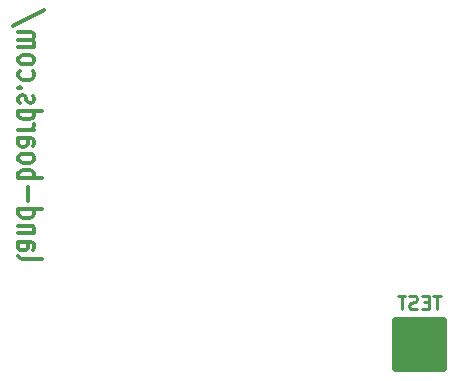
<source format=gbr>
G04 #@! TF.FileFunction,Legend,Bot*
%FSLAX46Y46*%
G04 Gerber Fmt 4.6, Leading zero omitted, Abs format (unit mm)*
G04 Created by KiCad (PCBNEW (after 2015-mar-04 BZR unknown)-product) date 6/8/2017 9:50:04 AM*
%MOMM*%
G01*
G04 APERTURE LIST*
%ADD10C,0.150000*%
%ADD11C,0.304800*%
%ADD12C,0.650000*%
%ADD13C,0.222250*%
%ADD14R,2.032000X2.032000*%
%ADD15C,2.032000*%
%ADD16C,5.080000*%
%ADD17R,2.159000X2.159000*%
%ADD18C,1.808480*%
%ADD19R,2.540000X2.540000*%
%ADD20O,2.540000X2.540000*%
%ADD21R,2.208000X2.208000*%
%ADD22O,2.208000X2.208000*%
G04 APERTURE END LIST*
D10*
D11*
X5938762Y-37755285D02*
X6035524Y-37900427D01*
X6229048Y-37972999D01*
X7970762Y-37972999D01*
X5938762Y-36521570D02*
X7003143Y-36521570D01*
X7196667Y-36594141D01*
X7293429Y-36739284D01*
X7293429Y-37029570D01*
X7196667Y-37174713D01*
X6035524Y-36521570D02*
X5938762Y-36666713D01*
X5938762Y-37029570D01*
X6035524Y-37174713D01*
X6229048Y-37247284D01*
X6422571Y-37247284D01*
X6616095Y-37174713D01*
X6712857Y-37029570D01*
X6712857Y-36666713D01*
X6809619Y-36521570D01*
X7293429Y-35795856D02*
X5938762Y-35795856D01*
X7099905Y-35795856D02*
X7196667Y-35723284D01*
X7293429Y-35578142D01*
X7293429Y-35360427D01*
X7196667Y-35215284D01*
X7003143Y-35142713D01*
X5938762Y-35142713D01*
X5938762Y-33763856D02*
X7970762Y-33763856D01*
X6035524Y-33763856D02*
X5938762Y-33908999D01*
X5938762Y-34199285D01*
X6035524Y-34344427D01*
X6132286Y-34416999D01*
X6325810Y-34489570D01*
X6906381Y-34489570D01*
X7099905Y-34416999D01*
X7196667Y-34344427D01*
X7293429Y-34199285D01*
X7293429Y-33908999D01*
X7196667Y-33763856D01*
X6712857Y-33038142D02*
X6712857Y-31876999D01*
X5938762Y-31151285D02*
X7970762Y-31151285D01*
X7196667Y-31151285D02*
X7293429Y-31006142D01*
X7293429Y-30715856D01*
X7196667Y-30570713D01*
X7099905Y-30498142D01*
X6906381Y-30425571D01*
X6325810Y-30425571D01*
X6132286Y-30498142D01*
X6035524Y-30570713D01*
X5938762Y-30715856D01*
X5938762Y-31006142D01*
X6035524Y-31151285D01*
X5938762Y-29554714D02*
X6035524Y-29699856D01*
X6132286Y-29772428D01*
X6325810Y-29844999D01*
X6906381Y-29844999D01*
X7099905Y-29772428D01*
X7196667Y-29699856D01*
X7293429Y-29554714D01*
X7293429Y-29336999D01*
X7196667Y-29191856D01*
X7099905Y-29119285D01*
X6906381Y-29046714D01*
X6325810Y-29046714D01*
X6132286Y-29119285D01*
X6035524Y-29191856D01*
X5938762Y-29336999D01*
X5938762Y-29554714D01*
X5938762Y-27740428D02*
X7003143Y-27740428D01*
X7196667Y-27812999D01*
X7293429Y-27958142D01*
X7293429Y-28248428D01*
X7196667Y-28393571D01*
X6035524Y-27740428D02*
X5938762Y-27885571D01*
X5938762Y-28248428D01*
X6035524Y-28393571D01*
X6229048Y-28466142D01*
X6422571Y-28466142D01*
X6616095Y-28393571D01*
X6712857Y-28248428D01*
X6712857Y-27885571D01*
X6809619Y-27740428D01*
X5938762Y-27014714D02*
X7293429Y-27014714D01*
X6906381Y-27014714D02*
X7099905Y-26942142D01*
X7196667Y-26869571D01*
X7293429Y-26724428D01*
X7293429Y-26579285D01*
X5938762Y-25418142D02*
X7970762Y-25418142D01*
X6035524Y-25418142D02*
X5938762Y-25563285D01*
X5938762Y-25853571D01*
X6035524Y-25998713D01*
X6132286Y-26071285D01*
X6325810Y-26143856D01*
X6906381Y-26143856D01*
X7099905Y-26071285D01*
X7196667Y-25998713D01*
X7293429Y-25853571D01*
X7293429Y-25563285D01*
X7196667Y-25418142D01*
X6035524Y-24764999D02*
X5938762Y-24619856D01*
X5938762Y-24329571D01*
X6035524Y-24184428D01*
X6229048Y-24111856D01*
X6325810Y-24111856D01*
X6519333Y-24184428D01*
X6616095Y-24329571D01*
X6616095Y-24547285D01*
X6712857Y-24692428D01*
X6906381Y-24764999D01*
X7003143Y-24764999D01*
X7196667Y-24692428D01*
X7293429Y-24547285D01*
X7293429Y-24329571D01*
X7196667Y-24184428D01*
X6132286Y-23458714D02*
X6035524Y-23386142D01*
X5938762Y-23458714D01*
X6035524Y-23531285D01*
X6132286Y-23458714D01*
X5938762Y-23458714D01*
X6035524Y-22079857D02*
X5938762Y-22225000D01*
X5938762Y-22515286D01*
X6035524Y-22660428D01*
X6132286Y-22733000D01*
X6325810Y-22805571D01*
X6906381Y-22805571D01*
X7099905Y-22733000D01*
X7196667Y-22660428D01*
X7293429Y-22515286D01*
X7293429Y-22225000D01*
X7196667Y-22079857D01*
X5938762Y-21209000D02*
X6035524Y-21354142D01*
X6132286Y-21426714D01*
X6325810Y-21499285D01*
X6906381Y-21499285D01*
X7099905Y-21426714D01*
X7196667Y-21354142D01*
X7293429Y-21209000D01*
X7293429Y-20991285D01*
X7196667Y-20846142D01*
X7099905Y-20773571D01*
X6906381Y-20701000D01*
X6325810Y-20701000D01*
X6132286Y-20773571D01*
X6035524Y-20846142D01*
X5938762Y-20991285D01*
X5938762Y-21209000D01*
X5938762Y-20047857D02*
X7293429Y-20047857D01*
X7099905Y-20047857D02*
X7196667Y-19975285D01*
X7293429Y-19830143D01*
X7293429Y-19612428D01*
X7196667Y-19467285D01*
X7003143Y-19394714D01*
X5938762Y-19394714D01*
X7003143Y-19394714D02*
X7196667Y-19322143D01*
X7293429Y-19177000D01*
X7293429Y-18959285D01*
X7196667Y-18814143D01*
X7003143Y-18741571D01*
X5938762Y-18741571D01*
X8067524Y-16927285D02*
X5454952Y-18233571D01*
D12*
X37878000Y-43212000D02*
X41878000Y-43212000D01*
X41878000Y-43212000D02*
X41878000Y-47212000D01*
X41878000Y-47212000D02*
X37878000Y-47212000D01*
X37878000Y-47212000D02*
X37878000Y-43212000D01*
X37878000Y-43212000D02*
X37878000Y-43712000D01*
X37878000Y-43712000D02*
X41878000Y-43712000D01*
X41878000Y-43712000D02*
X41878000Y-44212000D01*
X41878000Y-44212000D02*
X37878000Y-44212000D01*
X37878000Y-44212000D02*
X37878000Y-44712000D01*
X37878000Y-44712000D02*
X41878000Y-44712000D01*
X41878000Y-44712000D02*
X41878000Y-45212000D01*
X41878000Y-45212000D02*
X37878000Y-45212000D01*
X37878000Y-45212000D02*
X37878000Y-45712000D01*
X37878000Y-45712000D02*
X41378000Y-45712000D01*
X41378000Y-45712000D02*
X41878000Y-45712000D01*
X41878000Y-45712000D02*
X41878000Y-46212000D01*
X41878000Y-46212000D02*
X37878000Y-46212000D01*
X37878000Y-46212000D02*
X37878000Y-46712000D01*
X37878000Y-46712000D02*
X41878000Y-46712000D01*
D13*
X41701357Y-41086071D02*
X41048214Y-41086071D01*
X41374785Y-42229071D02*
X41374785Y-41086071D01*
X40667214Y-41630357D02*
X40286214Y-41630357D01*
X40122928Y-42229071D02*
X40667214Y-42229071D01*
X40667214Y-41086071D01*
X40122928Y-41086071D01*
X39687500Y-42174643D02*
X39524214Y-42229071D01*
X39252071Y-42229071D01*
X39143214Y-42174643D01*
X39088785Y-42120214D01*
X39034357Y-42011357D01*
X39034357Y-41902500D01*
X39088785Y-41793643D01*
X39143214Y-41739214D01*
X39252071Y-41684786D01*
X39469785Y-41630357D01*
X39578643Y-41575929D01*
X39633071Y-41521500D01*
X39687500Y-41412643D01*
X39687500Y-41303786D01*
X39633071Y-41194929D01*
X39578643Y-41140500D01*
X39469785Y-41086071D01*
X39197643Y-41086071D01*
X39034357Y-41140500D01*
X38707786Y-41086071D02*
X38054643Y-41086071D01*
X38381214Y-42229071D02*
X38381214Y-41086071D01*
%LPC*%
D14*
X58166000Y-21336000D03*
D15*
X58166000Y-18796000D03*
X58166000Y-16256000D03*
D16*
X5715000Y-6350000D03*
X71755000Y-3175000D03*
X71755000Y-51435000D03*
X5715000Y-48260000D03*
D17*
X66675000Y-1905000D03*
D18*
X66675000Y-4445000D03*
X64135000Y-1905000D03*
X64135000Y-4445000D03*
X61595000Y-1905000D03*
X61595000Y-4445000D03*
X59055000Y-1905000D03*
X59055000Y-4445000D03*
X56515000Y-1905000D03*
X56515000Y-4445000D03*
X53975000Y-1905000D03*
X53975000Y-4445000D03*
X51435000Y-1905000D03*
X51435000Y-4445000D03*
X48895000Y-1905000D03*
X48895000Y-4445000D03*
X46355000Y-1905000D03*
X46355000Y-4445000D03*
X43815000Y-1905000D03*
X43815000Y-4445000D03*
X41275000Y-1905000D03*
X41275000Y-4445000D03*
X38735000Y-1905000D03*
X38735000Y-4445000D03*
X36195000Y-1905000D03*
X36195000Y-4445000D03*
X33655000Y-1905000D03*
X33655000Y-4445000D03*
X31115000Y-1905000D03*
X31115000Y-4445000D03*
X28575000Y-1905000D03*
X28575000Y-4445000D03*
X26035000Y-1905000D03*
X26035000Y-4445000D03*
X23495000Y-1905000D03*
X23495000Y-4445000D03*
X20955000Y-1905000D03*
X20955000Y-4445000D03*
X18415000Y-1905000D03*
X18415000Y-4445000D03*
X15875000Y-1905000D03*
X15875000Y-4445000D03*
X13335000Y-1905000D03*
X13335000Y-4445000D03*
X10795000Y-1905000D03*
X10795000Y-4445000D03*
D17*
X66675000Y-50165000D03*
D18*
X66675000Y-52705000D03*
X64135000Y-50165000D03*
X64135000Y-52705000D03*
X61595000Y-50165000D03*
X61595000Y-52705000D03*
X59055000Y-50165000D03*
X59055000Y-52705000D03*
X56515000Y-50165000D03*
X56515000Y-52705000D03*
X53975000Y-50165000D03*
X53975000Y-52705000D03*
X51435000Y-50165000D03*
X51435000Y-52705000D03*
X48895000Y-50165000D03*
X48895000Y-52705000D03*
X46355000Y-50165000D03*
X46355000Y-52705000D03*
X43815000Y-50165000D03*
X43815000Y-52705000D03*
X41275000Y-50165000D03*
X41275000Y-52705000D03*
X38735000Y-50165000D03*
X38735000Y-52705000D03*
X36195000Y-50165000D03*
X36195000Y-52705000D03*
X33655000Y-50165000D03*
X33655000Y-52705000D03*
X31115000Y-50165000D03*
X31115000Y-52705000D03*
X28575000Y-50165000D03*
X28575000Y-52705000D03*
X26035000Y-50165000D03*
X26035000Y-52705000D03*
X23495000Y-50165000D03*
X23495000Y-52705000D03*
X20955000Y-50165000D03*
X20955000Y-52705000D03*
X18415000Y-50165000D03*
X18415000Y-52705000D03*
X15875000Y-50165000D03*
X15875000Y-52705000D03*
X13335000Y-50165000D03*
X13335000Y-52705000D03*
X10795000Y-50165000D03*
X10795000Y-52705000D03*
D19*
X24892000Y-19050000D03*
D20*
X22352000Y-19050000D03*
D21*
X49911000Y-30480000D03*
D22*
X49911000Y-27940000D03*
X49911000Y-25400000D03*
X49911000Y-22860000D03*
D21*
X47371000Y-30480000D03*
D22*
X47371000Y-27940000D03*
X47371000Y-25400000D03*
X47371000Y-22860000D03*
D21*
X44831000Y-30480000D03*
D22*
X44831000Y-27940000D03*
X44831000Y-25400000D03*
X44831000Y-22860000D03*
D21*
X42291000Y-30480000D03*
D22*
X42291000Y-27940000D03*
X42291000Y-25400000D03*
X42291000Y-22860000D03*
M02*

</source>
